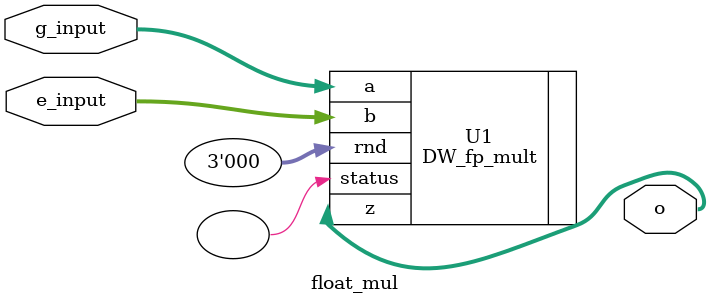
<source format=v>
`timescale 1ns / 1ps

module float_mul(g_input, e_input, o);
  parameter sig_width = 23;
  parameter exp_width = 8;
  parameter ieee_compliance = 0;

  input  [sig_width+exp_width:0] g_input;
  input  [sig_width+exp_width:0] e_input;
  output [sig_width+exp_width:0] o;

  // Instance of DW_fp_mult
  // more info: https://www.synopsys.com/dw/ipdir.php?c=DW_fp_mult
  DW_fp_mult
  #(
    sig_width,
    exp_width,
    ieee_compliance
  )
  U1
  (
    .a(g_input),
    .b(e_input),
    .rnd(3'b0), // rounding mode
    .z(o),
    .status()
  );

endmodule

</source>
